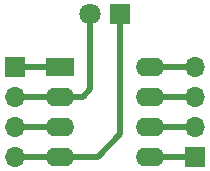
<source format=gbr>
G04 #@! TF.FileFunction,Copper,L2,Bot,Signal*
%FSLAX46Y46*%
G04 Gerber Fmt 4.6, Leading zero omitted, Abs format (unit mm)*
G04 Created by KiCad (PCBNEW 4.0.2+dfsg1-stable) date tis 19 jun 2018 20:47:41*
%MOMM*%
G01*
G04 APERTURE LIST*
%ADD10C,0.100000*%
%ADD11R,1.800000X1.800000*%
%ADD12C,1.800000*%
%ADD13R,1.700000X1.700000*%
%ADD14O,1.700000X1.700000*%
%ADD15R,2.400000X1.600000*%
%ADD16O,2.400000X1.600000*%
%ADD17C,0.500000*%
G04 APERTURE END LIST*
D10*
D11*
X12065000Y15240000D03*
D12*
X9525000Y15240000D03*
D13*
X18415000Y3175000D03*
D14*
X18415000Y5715000D03*
X18415000Y8255000D03*
X18415000Y10795000D03*
D13*
X3175000Y10795000D03*
D14*
X3175000Y8255000D03*
X3175000Y5715000D03*
X3175000Y3175000D03*
D15*
X6985000Y10795000D03*
D16*
X14605000Y3175000D03*
X6985000Y8255000D03*
X14605000Y5715000D03*
X6985000Y5715000D03*
X14605000Y8255000D03*
X6985000Y3175000D03*
X14605000Y10795000D03*
D17*
X3175000Y3175000D02*
X6985000Y3175000D01*
X6985000Y3175000D02*
X10160000Y3175000D01*
X10160000Y3175000D02*
X12065000Y5080000D01*
X12065000Y5080000D02*
X12065000Y15240000D01*
X3175000Y8255000D02*
X6985000Y8255000D01*
X6985000Y8255000D02*
X8890000Y8255000D01*
X8890000Y8255000D02*
X9525000Y8890000D01*
X9525000Y8890000D02*
X9525000Y15240000D01*
X14605000Y3175000D02*
X18415000Y3175000D01*
X14605000Y5715000D02*
X18415000Y5715000D01*
X14605000Y8255000D02*
X18415000Y8255000D01*
X14605000Y10795000D02*
X18415000Y10795000D01*
X3175000Y10795000D02*
X6985000Y10795000D01*
X3175000Y5715000D02*
X6985000Y5715000D01*
M02*

</source>
